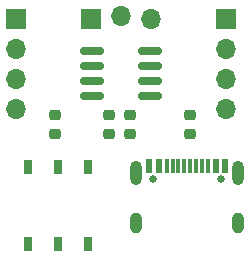
<source format=gbr>
%TF.GenerationSoftware,KiCad,Pcbnew,7.0.7*%
%TF.CreationDate,2024-07-11T11:51:31-04:00*%
%TF.ProjectId,attiny412_breakout,61747469-6e79-4343-9132-5f627265616b,1.0*%
%TF.SameCoordinates,Original*%
%TF.FileFunction,Soldermask,Top*%
%TF.FilePolarity,Negative*%
%FSLAX46Y46*%
G04 Gerber Fmt 4.6, Leading zero omitted, Abs format (unit mm)*
G04 Created by KiCad (PCBNEW 7.0.7) date 2024-07-11 11:51:31*
%MOMM*%
%LPD*%
G01*
G04 APERTURE LIST*
G04 Aperture macros list*
%AMRoundRect*
0 Rectangle with rounded corners*
0 $1 Rounding radius*
0 $2 $3 $4 $5 $6 $7 $8 $9 X,Y pos of 4 corners*
0 Add a 4 corners polygon primitive as box body*
4,1,4,$2,$3,$4,$5,$6,$7,$8,$9,$2,$3,0*
0 Add four circle primitives for the rounded corners*
1,1,$1+$1,$2,$3*
1,1,$1+$1,$4,$5*
1,1,$1+$1,$6,$7*
1,1,$1+$1,$8,$9*
0 Add four rect primitives between the rounded corners*
20,1,$1+$1,$2,$3,$4,$5,0*
20,1,$1+$1,$4,$5,$6,$7,0*
20,1,$1+$1,$6,$7,$8,$9,0*
20,1,$1+$1,$8,$9,$2,$3,0*%
G04 Aperture macros list end*
%ADD10RoundRect,0.150000X-0.825000X-0.150000X0.825000X-0.150000X0.825000X0.150000X-0.825000X0.150000X0*%
%ADD11R,0.700000X1.200000*%
%ADD12R,1.700000X1.700000*%
%ADD13O,1.700000X1.700000*%
%ADD14C,0.650000*%
%ADD15R,0.600000X1.240000*%
%ADD16R,0.300000X1.240000*%
%ADD17O,1.000000X1.800000*%
%ADD18O,1.000000X2.100000*%
%ADD19RoundRect,0.218750X-0.256250X0.218750X-0.256250X-0.218750X0.256250X-0.218750X0.256250X0.218750X0*%
G04 APERTURE END LIST*
D10*
%TO.C,U2*%
X146115000Y-94615000D03*
X146115000Y-95885000D03*
X146115000Y-97155000D03*
X146115000Y-98425000D03*
X151065000Y-98425000D03*
X151065000Y-97155000D03*
X151065000Y-95885000D03*
X151065000Y-94615000D03*
%TD*%
D11*
%TO.C,SW1*%
X140756000Y-104446000D03*
X143256000Y-104446000D03*
X145756000Y-104446000D03*
X140756000Y-110946000D03*
X143256000Y-110946000D03*
X145756000Y-110946000D03*
%TD*%
D12*
%TO.C,J4*%
X146065000Y-91948000D03*
D13*
X148605000Y-91694000D03*
X151145000Y-91948000D03*
%TD*%
D12*
%TO.C,J3*%
X157480000Y-91948000D03*
D13*
X157480000Y-94488000D03*
X157480000Y-97028000D03*
X157480000Y-99568000D03*
%TD*%
D12*
%TO.C,J2*%
X139700000Y-91948000D03*
D13*
X139700000Y-94488000D03*
X139700000Y-97028000D03*
X139700000Y-99568000D03*
%TD*%
D14*
%TO.C,J1*%
X151311600Y-105488694D03*
X157091600Y-105488694D03*
D15*
X151001600Y-104368694D03*
X151801600Y-104368694D03*
D16*
X152951600Y-104368694D03*
X153951600Y-104368694D03*
X154451600Y-104368694D03*
X155451600Y-104368694D03*
D15*
X156601600Y-104368694D03*
X157401600Y-104368694D03*
X157401600Y-104368694D03*
X156601600Y-104368694D03*
D16*
X155951600Y-104368694D03*
X154951600Y-104368694D03*
X153451600Y-104368694D03*
X152451600Y-104368694D03*
D15*
X151801600Y-104368694D03*
X151001600Y-104368694D03*
D17*
X149881600Y-109168694D03*
D18*
X149881600Y-104968694D03*
X158521600Y-104968694D03*
D17*
X158521600Y-109168694D03*
%TD*%
D19*
%TO.C,D4*%
X147574000Y-101651000D03*
X147574000Y-100076000D03*
%TD*%
%TO.C,D3*%
X149352000Y-100076000D03*
X149352000Y-101651000D03*
%TD*%
%TO.C,D2*%
X154432000Y-100076000D03*
X154432000Y-101651000D03*
%TD*%
%TO.C,D1*%
X143002000Y-101651000D03*
X143002000Y-100076000D03*
%TD*%
M02*

</source>
